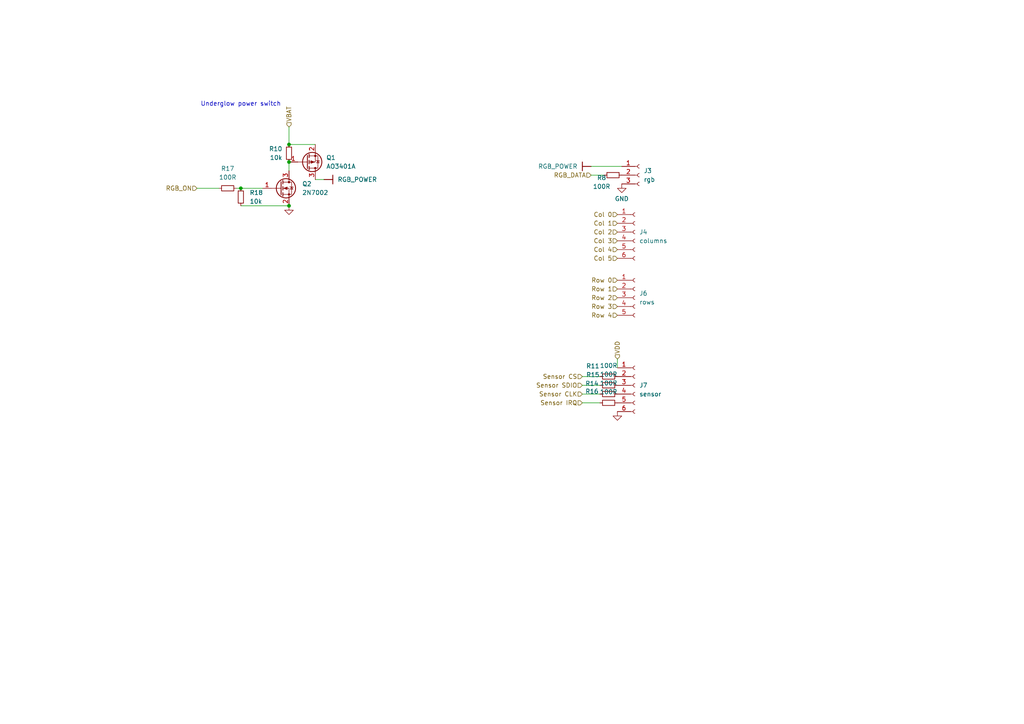
<source format=kicad_sch>
(kicad_sch (version 20250114) (generator "eeschema") (generator_version "9.0")
  (paper "A4")
  (lib_symbols
    (symbol "Connector:Conn_01x03_Socket" (pin_names (offset 1.016) (hide yes))
      (property "Reference" "J" (at 0 5.08 0))
      (property "Value" "Conn_01x03_Socket" (at 0 -5.08 0))
      (symbol "Conn_01x03_Socket_1_1"
        (polyline (pts (xy -1.27 2.54) (xy -0.508 2.54)) (stroke (width 0.1524)))
        (polyline (pts (xy -1.27 0) (xy -0.508 0)) (stroke (width 0.1524)))
        (polyline (pts (xy -1.27 -2.54) (xy -0.508 -2.54)) (stroke (width 0.1524)))
        (arc (start 0 2.032) (mid -0.5058 2.54) (end 0 3.048) (stroke (width 0.1524)))
        (arc (start 0 -0.508) (mid -0.5058 0) (end 0 0.508) (stroke (width 0.1524)))
        (arc (start 0 -3.048) (mid -0.5058 -2.54) (end 0 -2.032) (stroke (width 0.1524)))
        (pin passive line (at -5.08 2.54 0) (length 3.81) (name "Pin_1") (number "1"))
        (pin passive line (at -5.08 0 0) (length 3.81) (name "Pin_2") (number "2"))
        (pin passive line (at -5.08 -2.54 0) (length 3.81) (name "Pin_3") (number "3"))
      )
    )
    (symbol "Connector:Conn_01x05_Socket" (pin_names (offset 1.016) (hide yes))
      (property "Reference" "J" (at 0 7.62 0))
      (property "Value" "Conn_01x05_Socket" (at 0 -7.62 0))
      (symbol "Conn_01x05_Socket_1_1"
        (polyline (pts (xy -1.27 5.08) (xy -0.508 5.08)) (stroke (width 0.1524)))
        (polyline (pts (xy -1.27 2.54) (xy -0.508 2.54)) (stroke (width 0.1524)))
        (polyline (pts (xy -1.27 0) (xy -0.508 0)) (stroke (width 0.1524)))
        (polyline (pts (xy -1.27 -2.54) (xy -0.508 -2.54)) (stroke (width 0.1524)))
        (polyline (pts (xy -1.27 -5.08) (xy -0.508 -5.08)) (stroke (width 0.1524)))
        (arc (start 0 4.572) (mid -0.5058 5.08) (end 0 5.588) (stroke (width 0.1524)))
        (arc (start 0 2.032) (mid -0.5058 2.54) (end 0 3.048) (stroke (width 0.1524)))
        (arc (start 0 -0.508) (mid -0.5058 0) (end 0 0.508) (stroke (width 0.1524)))
        (arc (start 0 -3.048) (mid -0.5058 -2.54) (end 0 -2.032) (stroke (width 0.1524)))
        (arc (start 0 -5.588) (mid -0.5058 -5.08) (end 0 -4.572) (stroke (width 0.1524)))
        (pin passive line (at -5.08 5.08 0) (length 3.81) (name "Pin_1") (number "1"))
        (pin passive line (at -5.08 2.54 0) (length 3.81) (name "Pin_2") (number "2"))
        (pin passive line (at -5.08 0 0) (length 3.81) (name "Pin_3") (number "3"))
        (pin passive line (at -5.08 -2.54 0) (length 3.81) (name "Pin_4") (number "4"))
        (pin passive line (at -5.08 -5.08 0) (length 3.81) (name "Pin_5") (number "5"))
      )
    )
    (symbol "Connector:Conn_01x06_Socket" (pin_names (offset 1.016) (hide yes))
      (property "Reference" "J" (at 0 7.62 0))
      (property "Value" "Conn_01x06_Socket" (at 0 -10.16 0))
      (symbol "Conn_01x06_Socket_1_1"
        (polyline (pts (xy -1.27 5.08) (xy -0.508 5.08)) (stroke (width 0.1524)))
        (polyline (pts (xy -1.27 2.54) (xy -0.508 2.54)) (stroke (width 0.1524)))
        (polyline (pts (xy -1.27 0) (xy -0.508 0)) (stroke (width 0.1524)))
        (polyline (pts (xy -1.27 -2.54) (xy -0.508 -2.54)) (stroke (width 0.1524)))
        (polyline (pts (xy -1.27 -5.08) (xy -0.508 -5.08)) (stroke (width 0.1524)))
        (polyline (pts (xy -1.27 -7.62) (xy -0.508 -7.62)) (stroke (width 0.1524)))
        (arc (start 0 4.572) (mid -0.5058 5.08) (end 0 5.588) (stroke (width 0.1524)))
        (arc (start 0 2.032) (mid -0.5058 2.54) (end 0 3.048) (stroke (width 0.1524)))
        (arc (start 0 -0.508) (mid -0.5058 0) (end 0 0.508) (stroke (width 0.1524)))
        (arc (start 0 -3.048) (mid -0.5058 -2.54) (end 0 -2.032) (stroke (width 0.1524)))
        (arc (start 0 -5.588) (mid -0.5058 -5.08) (end 0 -4.572) (stroke (width 0.1524)))
        (arc (start 0 -8.128) (mid -0.5058 -7.62) (end 0 -7.112) (stroke (width 0.1524)))
        (pin passive line (at -5.08 5.08 0) (length 3.81) (name "Pin_1") (number "1"))
        (pin passive line (at -5.08 2.54 0) (length 3.81) (name "Pin_2") (number "2"))
        (pin passive line (at -5.08 0 0) (length 3.81) (name "Pin_3") (number "3"))
        (pin passive line (at -5.08 -2.54 0) (length 3.81) (name "Pin_4") (number "4"))
        (pin passive line (at -5.08 -5.08 0) (length 3.81) (name "Pin_5") (number "5"))
        (pin passive line (at -5.08 -7.62 0) (length 3.81) (name "Pin_6") (number "6"))
      )
    )
    (symbol "Device:R_Small" (pin_numbers (hide yes)) (pin_names (offset 0.254) (hide yes))
      (property "Reference" "R" (at 0.762 0.508 0))
      (property "Value" "R_Small" (at 0.762 -1.016 0))
      (symbol "R_Small_0_1"
        (rectangle (start -0.762 1.778) (end 0.762 -1.778) (stroke (width 0.2032)))
      )
      (symbol "R_Small_1_1"
        (pin passive line (at 0 2.54 270) (length 0.762) (name "~") (number "1"))
        (pin passive line (at 0 -2.54 90) (length 0.762) (name "~") (number "2"))
      )
    )
    (symbol "GND_5" (power) (pin_names (offset 0))
      (property "Value" "GND" (at 0 -3.81 0))
      (symbol "GND_5_0_1"
        (polyline (pts (xy 0 0) (xy 0 -1.27) (xy 1.27 -1.27) (xy 0 -2.54) (xy -1.27 -1.27) (xy 0 -1.27)))
      )
      (symbol "GND_5_1_1"
        (pin power_in line (at 0 0 270) (length 0) (hide yes) (name "GND") (number "1"))
      )
    )
    (symbol "Transistor_FET:2N7002" (pin_names (hide yes))
      (property "Reference" "Q" (at 5.08 1.905 0))
      (property "Value" "2N7002" (at 5.08 0 0))
      (symbol "2N7002_0_1"
        (polyline (pts (xy 0.254 1.905) (xy 0.254 -1.905)) (stroke (width 0.254)))
        (polyline (pts (xy 0.254 0) (xy -2.54 0)))
        (polyline (pts (xy 0.762 2.286) (xy 0.762 1.27)) (stroke (width 0.254)))
        (polyline (pts (xy 0.762 0.508) (xy 0.762 -0.508)) (stroke (width 0.254)))
        (polyline (pts (xy 0.762 -1.27) (xy 0.762 -2.286)) (stroke (width 0.254)))
        (polyline (pts (xy 0.762 -1.778) (xy 3.302 -1.778) (xy 3.302 1.778) (xy 0.762 1.778)))
        (polyline (pts (xy 1.016 0) (xy 2.032 0.381) (xy 2.032 -0.381) (xy 1.016 0)) (fill (type outline)))
        (circle (center 1.651 0) (radius 2.794) (stroke (width 0.254)))
        (polyline (pts (xy 2.54 2.54) (xy 2.54 1.778)))
        (circle (center 2.54 1.778) (radius 0.254) (fill (type outline)))
        (circle (center 2.54 -1.778) (radius 0.254) (fill (type outline)))
        (polyline (pts (xy 2.54 -2.54) (xy 2.54 0) (xy 0.762 0)))
        (polyline (pts (xy 2.794 0.508) (xy 2.921 0.381) (xy 3.683 0.381) (xy 3.81 0.254)))
        (polyline (pts (xy 3.302 0.381) (xy 2.921 -0.254) (xy 3.683 -0.254) (xy 3.302 0.381)))
      )
      (symbol "2N7002_1_1"
        (pin input line (at -5.08 0 0) (length 2.54) (name "G") (number "1"))
        (pin passive line (at 2.54 5.08 270) (length 2.54) (name "D") (number "3"))
        (pin passive line (at 2.54 -5.08 90) (length 2.54) (name "S") (number "2"))
      )
    )
    (symbol "Transistor_FET:AO3401A" (pin_names (hide yes))
      (property "Reference" "Q" (at 5.08 1.905 0))
      (property "Value" "AO3401A" (at 5.08 0 0))
      (symbol "AO3401A_0_1"
        (polyline (pts (xy 0.254 1.905) (xy 0.254 -1.905)) (stroke (width 0.254)))
        (polyline (pts (xy 0.254 0) (xy -2.54 0)))
        (polyline (pts (xy 0.762 2.286) (xy 0.762 1.27)) (stroke (width 0.254)))
        (polyline (pts (xy 0.762 1.778) (xy 3.302 1.778) (xy 3.302 -1.778) (xy 0.762 -1.778)))
        (polyline (pts (xy 0.762 0.508) (xy 0.762 -0.508)) (stroke (width 0.254)))
        (polyline (pts (xy 0.762 -1.27) (xy 0.762 -2.286)) (stroke (width 0.254)))
        (circle (center 1.651 0) (radius 2.794) (stroke (width 0.254)))
        (polyline (pts (xy 2.286 0) (xy 1.27 0.381) (xy 1.27 -0.381) (xy 2.286 0)) (fill (type outline)))
        (polyline (pts (xy 2.54 2.54) (xy 2.54 1.778)))
        (circle (center 2.54 1.778) (radius 0.254) (fill (type outline)))
        (circle (center 2.54 -1.778) (radius 0.254) (fill (type outline)))
        (polyline (pts (xy 2.54 -2.54) (xy 2.54 0) (xy 0.762 0)))
        (polyline (pts (xy 2.794 -0.508) (xy 2.921 -0.381) (xy 3.683 -0.381) (xy 3.81 -0.254)))
        (polyline (pts (xy 3.302 -0.381) (xy 2.921 0.254) (xy 3.683 0.254) (xy 3.302 -0.381)))
      )
      (symbol "AO3401A_1_1"
        (pin input line (at -5.08 0 0) (length 2.54) (name "G") (number "1"))
        (pin passive line (at 2.54 5.08 270) (length 2.54) (name "D") (number "3"))
        (pin passive line (at 2.54 -5.08 90) (length 2.54) (name "S") (number "2"))
      )
    )
    (symbol "npm1100_caax_config1-altium-import:VBUS_BAR" (power)
      (property "Value" "VBUS" (at 0 -3.81 0))
      (symbol "VBUS_BAR_0_0"
        (polyline (pts (xy -1.27 -2.54) (xy 1.27 -2.54)) (stroke (width 0.254)))
        (polyline (pts (xy 0 0) (xy 0 -2.54)) (stroke (width 0.254)))
        (pin power_in line (at 0 0 0) (length 0) (hide yes) (name "VBUS") (number ""))
      )
    )
    (symbol "power:GND" (power) (pin_numbers (hide yes)) (pin_names (offset 0) (hide yes))
      (property "Value" "GND" (at 0 -3.81 0))
      (symbol "GND_0_1"
        (polyline (pts (xy 0 0) (xy 0 -1.27) (xy 1.27 -1.27) (xy 0 -2.54) (xy -1.27 -1.27) (xy 0 -1.27)))
      )
      (symbol "GND_1_1"
        (pin power_in line (at 0 0 270) (length 0) (name "~") (number "1"))
      )
    )
  )
  (text "Underglow power switch" (at 58.166 30.988 0) (effects (font (size 1.27 1.27)) (justify left bottom)))
  (junction (at 69.85 54.61))
  (junction (at 83.82 59.69))
  (junction (at 83.82 46.99))
  (junction (at 83.82 41.91))
  (wire (pts (xy 179.07 104.14) (xy 179.07 106.68)))
  (wire (pts (xy 171.45 48.26) (xy 180.34 48.26)))
  (wire (pts (xy 83.82 36.83) (xy 83.82 41.91)))
  (wire (pts (xy 168.91 116.84) (xy 173.99 116.84)))
  (wire (pts (xy 171.45 50.8) (xy 175.26 50.8)))
  (wire (pts (xy 57.15 54.61) (xy 63.5 54.61)))
  (wire (pts (xy 83.82 46.99) (xy 83.82 49.53)))
  (wire (pts (xy 168.91 109.22) (xy 173.99 109.22)))
  (wire (pts (xy 83.82 41.91) (xy 91.44 41.91)))
  (wire (pts (xy 91.44 52.07) (xy 93.98 52.07)))
  (wire (pts (xy 168.91 114.3) (xy 173.99 114.3)))
  (wire (pts (xy 68.58 54.61) (xy 69.85 54.61)))
  (wire (pts (xy 168.91 111.76) (xy 173.99 111.76)))
  (wire (pts (xy 69.85 54.61) (xy 76.2 54.61)))
  (wire (pts (xy 69.85 59.69) (xy 83.82 59.69)))
  (hierarchical_label "Row 1" (shape input) (at 179.07 83.82 180))
  (hierarchical_label "Sensor CLK" (shape input) (at 168.91 114.3 180))
  (hierarchical_label "RGB_DATA" (shape input) (at 171.45 50.8 180))
  (hierarchical_label "VBAT" (shape input) (at 83.82 36.83 90))
  (hierarchical_label "Row 2" (shape input) (at 179.07 86.36 180))
  (hierarchical_label "VDD" (shape input) (at 179.07 104.14 90))
  (hierarchical_label "Col 5" (shape input) (at 179.07 74.93 180))
  (hierarchical_label "Col 4" (shape input) (at 179.07 72.39 180))
  (hierarchical_label "Sensor IRQ" (shape input) (at 168.91 116.84 180))
  (hierarchical_label "Row 4" (shape input) (at 179.07 91.44 180))
  (hierarchical_label "Sensor CS" (shape input) (at 168.91 109.22 180))
  (hierarchical_label "Col 1" (shape input) (at 179.07 64.77 180))
  (hierarchical_label "Sensor SDIO" (shape input) (at 168.91 111.76 180))
  (hierarchical_label "Col 3" (shape input) (at 179.07 69.85 180))
  (hierarchical_label "Col 0" (shape input) (at 179.07 62.23 180))
  (hierarchical_label "RGB_ON" (shape input) (at 57.15 54.61 180))
  (hierarchical_label "Row 0" (shape input) (at 179.07 81.28 180))
  (hierarchical_label "Col 2" (shape input) (at 179.07 67.31 180))
  (hierarchical_label "Row 3" (shape input) (at 179.07 88.9 180))
  (symbol (lib_id "power:GND") (at 83.82 59.69 0) (unit 1)
    (property "Reference" "#PWR040" (effects (hide yes)))
    (property "Value" "GND" (effects (hide yes)))
  )
  (symbol (lib_id "Device:R_Small") (at 177.8 50.8 90) (unit 1)
    (property "Reference" "R8" (at 174.498 51.562 90))
    (property "Value" "100R" (at 174.498 54.102 90))
    (property "Footprint" "Resistor_SMD:R_0201_0603Metric" (effects (hide yes)))
  )
  (symbol (lib_id "Connector:Conn_01x06_Socket") (at 184.15 67.31 0) (unit 1)
    (property "Reference" "J4" (at 185.42 67.3099 0) (effects (justify left)))
    (property "Value" "columns" (at 185.42 69.8499 0) (effects (justify left)))
    (property "Footprint" "Connector_JST:JST_SH_SM06B-SRSS-TB_1x06-1MP_P1.00mm_Horizontal" (effects (hide yes)))
    (property "Description" "Generic connector, single row, 01x06, script generated" (effects (hide yes)))
  )
  (symbol (lib_id "Device:R_Small") (at 69.85 57.15 0) (unit 1)
    (property "Reference" "R18" (at 72.39 55.8799 0) (effects (justify left)))
    (property "Value" "10k" (at 72.39 58.4199 0) (effects (justify left)))
    (property "Footprint" "Resistor_SMD:R_0201_0603Metric" (effects (hide yes)))
  )
  (symbol (lib_id "Transistor_FET:2N7002") (at 81.28 54.61 0) (unit 1)
    (property "Reference" "Q2" (at 87.63 53.3399 0) (effects (justify left)))
    (property "Value" "2N7002" (at 87.63 55.8799 0) (effects (justify left)))
    (property "Footprint" "Package_TO_SOT_SMD:SOT-523" (effects (hide yes)))
    (property "Datasheet" "https://www.onsemi.com/pub/Collateral/NDS7002A-D.PDF" (effects (hide yes)))
  )
  (symbol (lib_id "Device:R_Small") (at 176.53 109.22 90) (unit 1)
    (property "Reference" "R11" (at 171.958 106.172 90))
    (property "Value" "100R" (at 176.53 106.045 90))
    (property "Footprint" "Resistor_SMD:R_0201_0603Metric" (effects (hide yes)))
  )
  (symbol (lib_id "npm1100_caax_config1-altium-import:VBUS_BAR") (at 93.98 52.07 90) (unit 1)
    (property "Reference" "#PWR087" (effects (hide yes)))
    (property "Value" "RGB_POWER" (at 103.632 52.07 90))
  )
  (symbol (lib_id "Transistor_FET:AO3401A") (at 88.9 46.99 0) (mirror x) (unit 1)
    (property "Reference" "Q1" (at 94.615 45.7199 0) (effects (justify left)))
    (property "Value" "AO3401A" (at 94.615 48.2599 0) (effects (justify left)))
    (property "Footprint" "Package_TO_SOT_SMD:SOT-323_SC-70" (effects (hide yes)))
    (property "Datasheet" "http://www.aosmd.com/pdfs/datasheet/AO3401A.pdf" (effects (hide yes)))
  )
  (symbol (lib_id "npm1100_caax_config1-altium-import:VBUS_BAR") (at 171.45 48.26 270) (unit 1)
    (property "Reference" "#PWR088" (effects (hide yes)))
    (property "Value" "RGB_POWER" (at 161.798 48.26 90))
  )
  (symbol (lib_id "Connector:Conn_01x03_Socket") (at 185.42 50.8 0) (unit 1)
    (property "Reference" "J3" (at 186.69 49.5299 0) (effects (justify left)))
    (property "Value" "rgb" (at 186.69 52.0699 0) (effects (justify left)))
    (property "Footprint" "Connector_JST:JST_SH_SM03B-SRSS-TB_1x03-1MP_P1.00mm_Horizontal" (effects (hide yes)))
    (property "Description" "Generic connector, single row, 01x03, script generated" (effects (hide yes)))
  )
  (symbol (lib_id "Device:R_Small") (at 176.53 116.84 90) (unit 1)
    (property "Reference" "R16" (at 171.704 113.538 90))
    (property "Value" "100R" (at 176.53 113.665 90))
    (property "Footprint" "Resistor_SMD:R_0201_0603Metric" (effects (hide yes)))
  )
  (symbol (lib_id "Connector:Conn_01x05_Socket") (at 184.15 86.36 0) (unit 1)
    (property "Reference" "J6" (at 185.42 85.0899 0) (effects (justify left)))
    (property "Value" "rows" (at 185.42 87.6299 0) (effects (justify left)))
    (property "Footprint" "Connector_JST:JST_SH_SM05B-SRSS-TB_1x05-1MP_P1.00mm_Horizontal" (effects (hide yes)))
    (property "Description" "Generic connector, single row, 01x05, script generated" (effects (hide yes)))
  )
  (symbol (lib_id "Connector:Conn_01x06_Socket") (at 184.15 111.76 0) (unit 1)
    (property "Reference" "J7" (at 185.42 111.7599 0) (effects (justify left)))
    (property "Value" "sensor" (at 185.42 114.2999 0) (effects (justify left)))
    (property "Footprint" "Connector_JST:JST_SH_SM06B-SRSS-TB_1x06-1MP_P1.00mm_Horizontal" (effects (hide yes)))
    (property "Description" "Generic connector, single row, 01x06, script generated" (effects (hide yes)))
  )
  (symbol (lib_name "GND_5") (lib_id "power:GND") (at 179.07 119.38 0) (unit 1)
    (property "Reference" "#PWR039" (effects (hide yes)))
    (property "Value" "GND" (effects (hide yes)))
  )
  (symbol (lib_id "Device:R_Small") (at 83.82 44.45 0) (unit 1)
    (property "Reference" "R10" (at 81.915 43.1799 0) (effects (justify right)))
    (property "Value" "10k" (at 81.915 45.7199 0) (effects (justify right)))
    (property "Footprint" "Resistor_SMD:R_0201_0603Metric" (effects (hide yes)))
  )
  (symbol (lib_id "power:GND") (at 180.34 53.34 0) (unit 1)
    (property "Reference" "#PWR017" (effects (hide yes)))
    (property "Value" "GND" (at 180.34 57.658 0))
    (property "Description" "Power symbol creates a global label with name \"GND\" , ground" (effects (hide yes)))
  )
  (symbol (lib_id "Device:R_Small") (at 66.04 54.61 90) (unit 1)
    (property "Reference" "R17" (at 66.04 48.895 90))
    (property "Value" "100R" (at 66.04 51.435 90))
    (property "Footprint" "Resistor_SMD:R_0201_0603Metric" (effects (hide yes)))
  )
  (symbol (lib_id "Device:R_Small") (at 176.53 111.76 90) (unit 1)
    (property "Reference" "R14" (at 171.704 111.252 90))
    (property "Value" "100R" (at 176.53 108.585 90))
    (property "Footprint" "Resistor_SMD:R_0201_0603Metric" (effects (hide yes)))
  )
  (symbol (lib_id "Device:R_Small") (at 176.53 114.3 90) (unit 1)
    (property "Reference" "R15" (at 171.958 108.712 90))
    (property "Value" "100R" (at 176.53 111.125 90))
    (property "Footprint" "Resistor_SMD:R_0201_0603Metric" (effects (hide yes)))
  )
)
</source>
